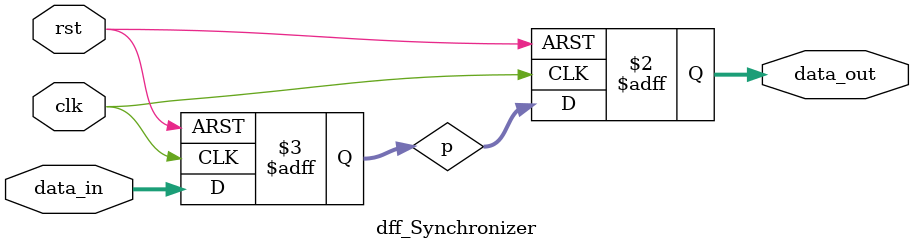
<source format=v>
module dff_Synchronizer #(parameter d=8)(
  
    input [d-1:0] data_in,
    output reg [d-1:0] data_out,
    input clk,
    input rst
);
    
  reg [d-1:0] p;
    
    always @ (posedge clk or posedge rst)
      begin
        if(rst)
          begin
            p<=0;
            data_out<=0;
          end
        else
          begin 
            p<=data_in;
            data_out<=p;
        end 
      end
  
endmodule

</source>
